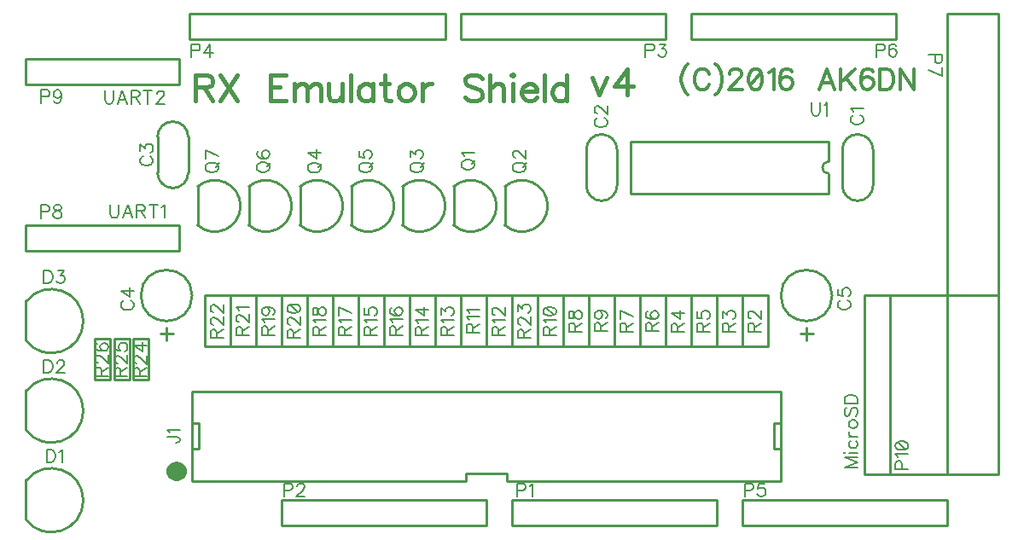
<source format=gto>
G04 DipTrace 4.3.0.2*
G04 TopSilk.gbr*
%MOIN*%
G04 #@! TF.FileFunction,Legend,Top*
G04 #@! TF.Part,Single*
%ADD10C,0.01*%
%ADD65C,0.00772*%
%ADD66C,0.012351*%
%ADD67C,0.015439*%
%FSLAX26Y26*%
G04*
G70*
G90*
G75*
G01*
G04 TopSilk*
%LPD*%
X3360000Y1380060D2*
D10*
Y1519940D1*
X3240000Y1380060D2*
Y1519940D1*
X3360000D2*
G03X3240000Y1519940I-60000J60D01*
G01*
Y1380060D2*
G03X3360000Y1380060I60000J-60D01*
G01*
X2360000D2*
Y1519940D1*
X2240000Y1380060D2*
Y1519940D1*
X2360000D2*
G03X2240000Y1519940I-60000J60D01*
G01*
Y1380060D2*
G03X2360000Y1380060I60000J-60D01*
G01*
X685000Y1430060D2*
Y1569940D1*
X565000Y1430060D2*
Y1569940D1*
X685000D2*
G03X565000Y1569940I-60000J60D01*
G01*
Y1430060D2*
G03X685000Y1430060I60000J-60D01*
G01*
X600000Y774993D2*
Y825043D1*
X625000Y800018D2*
X575000D1*
X500037Y950031D2*
G02X500037Y950031I99963J0D01*
G01*
X3100000Y774993D2*
Y825043D1*
X3125000Y800018D2*
X3075000D1*
X3000037Y950031D2*
G02X3000037Y950031I99963J0D01*
G01*
X50007Y75064D2*
Y224936D1*
X50231Y74764D2*
G03X50231Y225236I99796J75236D01*
G01*
X50007Y425064D2*
Y574936D1*
X50231Y424764D2*
G03X50231Y575236I99796J75236D01*
G01*
X50007Y775064D2*
Y924936D1*
X50231Y774764D2*
G03X50231Y925236I99796J75236D01*
G01*
X700000Y575000D2*
Y225000D1*
X3000000Y575000D2*
X700000D1*
X3000000D2*
Y225000D1*
Y450050D2*
X2974699D1*
Y349950D1*
X725301Y450050D2*
Y349950D1*
Y450050D2*
X700000D1*
X3000000Y225000D2*
X1930500D1*
X1769500D2*
X700000D1*
X1769500Y255100D2*
Y225000D1*
X1930500Y255100D2*
X1769500D1*
X1930500D2*
Y225000D1*
X3000000Y349950D2*
X2974699D1*
X725301D2*
X700000D1*
X1950000Y150000D2*
X2750000D1*
X1950000Y50000D2*
Y150000D1*
Y50000D2*
X2750000D1*
Y150000D1*
X1050000D2*
X1850000D1*
X1050000Y50000D2*
Y150000D1*
Y50000D2*
X1850000D1*
Y150000D1*
X2550000Y1950000D2*
X1750000D1*
X2550000Y2050000D2*
Y1950000D1*
Y2050000D2*
X1750000D1*
Y1950000D1*
X1690000D2*
Y2050000D1*
X690000Y1950000D2*
X1690000D1*
X690000D2*
Y2050000D1*
X765000D1*
X1690000D1*
X2850000Y150000D2*
X3650000D1*
X2850000Y50000D2*
Y150000D1*
Y50000D2*
X3650000D1*
Y150000D1*
X3450000Y1950000D2*
X2650000D1*
X3450000Y2050000D2*
Y1950000D1*
Y2050000D2*
X2650000D1*
Y1950000D1*
X3650000Y250000D2*
X3850000D1*
X3650000Y2050000D2*
X3850000D1*
Y250000D1*
X3650000Y2050000D2*
Y250000D1*
X50000Y1125000D2*
X650000D1*
X50000Y1225000D2*
X650000D1*
X50000Y1125000D2*
Y1225000D1*
X650000Y1125000D2*
Y1225000D1*
X50000Y1775000D2*
X650000D1*
X50000Y1875000D2*
X650000D1*
X50000Y1775000D2*
Y1875000D1*
X650000Y1775000D2*
Y1875000D1*
X3425000Y950000D2*
X3325000D1*
X3425000Y250000D2*
Y950000D1*
Y250000D2*
X3325000D1*
Y950000D1*
X1721857Y1224409D2*
G03X1721857Y1375591I66584J75591D01*
G01*
Y1224409D1*
X1921857D2*
G03X1921857Y1375591I66584J75591D01*
G01*
Y1224409D1*
X1521857D2*
G03X1521857Y1375591I66584J75591D01*
G01*
Y1224409D1*
X1121857D2*
G03X1121857Y1375591I66584J75591D01*
G01*
Y1224409D1*
X1321857D2*
G03X1321857Y1375591I66584J75591D01*
G01*
Y1224409D1*
X921857D2*
G03X921857Y1375591I66584J75591D01*
G01*
Y1224409D1*
X721857D2*
G03X721857Y1375591I66584J75591D01*
G01*
Y1224409D1*
X2850000Y750180D2*
Y949820D1*
X2950000D2*
X2850000D1*
X2950000Y750180D2*
Y949820D1*
Y750180D2*
X2850000D1*
X2750000D2*
Y949820D1*
X2850000D2*
X2750000D1*
X2850000Y750180D2*
Y949820D1*
Y750180D2*
X2750000D1*
X2550000D2*
Y949820D1*
X2650000D2*
X2550000D1*
X2650000Y750180D2*
Y949820D1*
Y750180D2*
X2550000D1*
X2650000D2*
Y949820D1*
X2750000D2*
X2650000D1*
X2750000Y750180D2*
Y949820D1*
Y750180D2*
X2650000D1*
X2450000D2*
Y949820D1*
X2550000D2*
X2450000D1*
X2550000Y750180D2*
Y949820D1*
Y750180D2*
X2450000D1*
X2350000D2*
Y949820D1*
X2450000D2*
X2350000D1*
X2450000Y750180D2*
Y949820D1*
Y750180D2*
X2350000D1*
X2150000D2*
Y949820D1*
X2250000D2*
X2150000D1*
X2250000Y750180D2*
Y949820D1*
Y750180D2*
X2150000D1*
X2250000D2*
Y949820D1*
X2350000D2*
X2250000D1*
X2350000Y750180D2*
Y949820D1*
Y750180D2*
X2250000D1*
X2050000D2*
Y949820D1*
X2150000D2*
X2050000D1*
X2150000Y750180D2*
Y949820D1*
Y750180D2*
X2050000D1*
X1750000D2*
Y949820D1*
X1850000D2*
X1750000D1*
X1850000Y750180D2*
Y949820D1*
Y750180D2*
X1750000D1*
X1850000D2*
Y949820D1*
X1950000D2*
X1850000D1*
X1950000Y750180D2*
Y949820D1*
Y750180D2*
X1850000D1*
X1650000D2*
Y949820D1*
X1750000D2*
X1650000D1*
X1750000Y750180D2*
Y949820D1*
Y750180D2*
X1650000D1*
X1550000D2*
Y949820D1*
X1650000D2*
X1550000D1*
X1650000Y750180D2*
Y949820D1*
Y750180D2*
X1550000D1*
X1350000D2*
Y949820D1*
X1450000D2*
X1350000D1*
X1450000Y750180D2*
Y949820D1*
Y750180D2*
X1350000D1*
X1450000D2*
Y949820D1*
X1550000D2*
X1450000D1*
X1550000Y750180D2*
Y949820D1*
Y750180D2*
X1450000D1*
X1250000D2*
Y949820D1*
X1350000D2*
X1250000D1*
X1350000Y750180D2*
Y949820D1*
Y750180D2*
X1250000D1*
X1150000D2*
Y949820D1*
X1250000D2*
X1150000D1*
X1250000Y750180D2*
Y949820D1*
Y750180D2*
X1150000D1*
X950000D2*
Y949820D1*
X1050000D2*
X950000D1*
X1050000Y750180D2*
Y949820D1*
Y750180D2*
X950000D1*
X1050000D2*
Y949820D1*
X1150000D2*
X1050000D1*
X1150000Y750180D2*
Y949820D1*
Y750180D2*
X1050000D1*
X850000D2*
Y949820D1*
X950000D2*
X850000D1*
X950000Y750180D2*
Y949820D1*
Y750180D2*
X850000D1*
X750000D2*
Y949820D1*
X850000D2*
X750000D1*
X850000Y750180D2*
Y949820D1*
Y750180D2*
X750000D1*
X1950000D2*
Y949820D1*
X2050000D2*
X1950000D1*
X2050000Y750180D2*
Y949820D1*
Y750180D2*
X1950000D1*
X530000Y780150D2*
X470000D1*
X530000Y619850D2*
Y780150D1*
Y619850D2*
X470000D1*
Y780150D1*
X455000D2*
X395000D1*
X455000Y619850D2*
Y780150D1*
Y619850D2*
X395000D1*
Y780150D1*
X380000D2*
X320000D1*
X380000Y619850D2*
Y780150D1*
Y619850D2*
X320000D1*
Y780150D1*
X3185827Y1347634D2*
X2414173D1*
Y1552366D2*
Y1347634D1*
X3185827Y1552366D2*
X2414173D1*
X3185827D2*
Y1473626D1*
Y1347634D2*
Y1426374D1*
Y1473626D2*
G03X3185827Y1426374I13J-23626D01*
G01*
X3425000Y950000D2*
X3850000D1*
Y250000D2*
X3400000D1*
G36*
X680000Y262500D2*
X679126Y254703D1*
X676542Y247248D1*
X672361Y240458D1*
X666765Y234633D1*
X660000Y230024D1*
X652361Y226836D1*
X644181Y225206D1*
X635819D1*
X627639Y226836D1*
X620000Y230024D1*
X613235Y234633D1*
X607639Y240458D1*
X603458Y247248D1*
X600874Y254703D1*
X600000Y262500D1*
X600874Y270297D1*
X603458Y277752D1*
X607639Y284542D1*
X613235Y290367D1*
X620000Y294976D1*
X627639Y298164D1*
X635819Y299794D1*
X644181D1*
X652361Y298164D1*
X660000Y294976D1*
X666765Y290367D1*
X672361Y284542D1*
X676542Y277752D1*
X679126Y270297D1*
X680000Y262500D1*
G37*
X380233Y1303988D2*
D65*
Y1268118D1*
X382609Y1260933D1*
X387418Y1256179D1*
X394603Y1253747D1*
X399356D1*
X406541Y1256179D1*
X411349Y1260933D1*
X413726Y1268118D1*
Y1303988D1*
X467467Y1253747D2*
X448288Y1303988D1*
X429165Y1253747D1*
X436350Y1270494D2*
X460282D1*
X482906Y1280056D2*
X504406D1*
X511591Y1282488D1*
X514023Y1284864D1*
X516399Y1289617D1*
Y1294426D1*
X514023Y1299179D1*
X511591Y1301611D1*
X504406Y1303988D1*
X482906D1*
Y1253747D1*
X499653Y1280056D2*
X516399Y1253747D1*
X548585Y1303988D2*
Y1253747D1*
X531839Y1303988D2*
X565332D1*
X580771Y1294371D2*
X585580Y1296802D1*
X592765Y1303932D1*
Y1253747D1*
X359482Y1749738D2*
Y1713868D1*
X361858Y1706683D1*
X366667Y1701930D1*
X373852Y1699498D1*
X378605D1*
X385790Y1701930D1*
X390599Y1706683D1*
X392975Y1713868D1*
Y1749738D1*
X446716Y1699498D2*
X427538Y1749738D1*
X408414Y1699498D1*
X415599Y1716245D2*
X439531D1*
X462155Y1725806D2*
X483655D1*
X490840Y1728238D1*
X493272Y1730615D1*
X495649Y1735368D1*
Y1740177D1*
X493272Y1744930D1*
X490840Y1747362D1*
X483655Y1749738D1*
X462155D1*
Y1699498D1*
X478902Y1725806D2*
X495649Y1699498D1*
X527835Y1749738D2*
Y1699498D1*
X511088Y1749738D2*
X544581D1*
X562453Y1737745D2*
Y1740121D1*
X564829Y1744930D1*
X567206Y1747306D1*
X572014Y1749683D1*
X581576D1*
X586329Y1747306D1*
X588706Y1744930D1*
X591137Y1740121D1*
Y1735368D1*
X588706Y1730560D1*
X583952Y1723430D1*
X560021Y1699498D1*
X593514D1*
X3298606Y317836D2*
X3248366D1*
X3298606Y298713D1*
X3248366Y279589D1*
X3298606D1*
X3248366Y333275D2*
X3250742Y335652D1*
X3248366Y338084D1*
X3245934Y335652D1*
X3248366Y333275D1*
X3265112Y335652D2*
X3298606D1*
X3272297Y382263D2*
X3267489Y377455D1*
X3265112Y372646D1*
Y365516D1*
X3267489Y360708D1*
X3272297Y355955D1*
X3279482Y353523D1*
X3284235D1*
X3291420Y355955D1*
X3296174Y360708D1*
X3298606Y365516D1*
Y372646D1*
X3296174Y377455D1*
X3291420Y382263D1*
X3265112Y397702D2*
X3298606D1*
X3279482D2*
X3272297Y400134D1*
X3267489Y404887D1*
X3265112Y409696D1*
Y416881D1*
Y444258D2*
X3267489Y439505D1*
X3272297Y434697D1*
X3279482Y432320D1*
X3284235D1*
X3291420Y434697D1*
X3296174Y439505D1*
X3298606Y444258D1*
Y451443D1*
X3296174Y456252D1*
X3291420Y461005D1*
X3284235Y463437D1*
X3279482D1*
X3272297Y461005D1*
X3267489Y456252D1*
X3265112Y451443D1*
Y444258D1*
X3255551Y512369D2*
X3250742Y507616D1*
X3248366Y500431D1*
Y490870D1*
X3250742Y483685D1*
X3255551Y478876D1*
X3260304D1*
X3265112Y481308D1*
X3267489Y483685D1*
X3269865Y488438D1*
X3274674Y502808D1*
X3277050Y507616D1*
X3279482Y509993D1*
X3284235Y512369D1*
X3291420D1*
X3296174Y507616D1*
X3298606Y500431D1*
Y490870D1*
X3296174Y483685D1*
X3291420Y478876D1*
X3248366Y527809D2*
X3298606D1*
Y544555D1*
X3296174Y551740D1*
X3291420Y556549D1*
X3286612Y558925D1*
X3279482Y561302D1*
X3267489D1*
X3260304Y558925D1*
X3255551Y556549D1*
X3250742Y551740D1*
X3248366Y544555D1*
Y527809D1*
X2637751Y1856324D2*
D66*
X2630058Y1848719D1*
X2622453Y1837223D1*
X2614759Y1821925D1*
X2610957Y1802735D1*
Y1787436D1*
X2614759Y1768335D1*
X2622453Y1753037D1*
X2630058Y1741541D1*
X2637751Y1733935D1*
X2719846Y1816265D2*
X2716043Y1823870D1*
X2708350Y1831564D1*
X2700745Y1835366D1*
X2685446D1*
X2677753Y1831564D1*
X2670148Y1823870D1*
X2666257Y1816265D1*
X2662454Y1804769D1*
Y1785579D1*
X2666257Y1774172D1*
X2670148Y1766478D1*
X2677753Y1758873D1*
X2685446Y1754982D1*
X2700745D1*
X2708350Y1758873D1*
X2716043Y1766478D1*
X2719846Y1774172D1*
X2744549Y1856324D2*
X2752242Y1848719D1*
X2759847Y1837223D1*
X2767541Y1821925D1*
X2771343Y1802735D1*
Y1787436D1*
X2767541Y1768335D1*
X2759847Y1753037D1*
X2752242Y1741541D1*
X2744549Y1733935D1*
X2799937Y1816177D2*
Y1819979D1*
X2803740Y1827673D1*
X2807542Y1831475D1*
X2815236Y1835278D1*
X2830534D1*
X2838139Y1831475D1*
X2841942Y1827673D1*
X2845833Y1819979D1*
Y1812374D1*
X2841942Y1804680D1*
X2834337Y1793273D1*
X2796046Y1754982D1*
X2849635D1*
X2897330Y1835278D2*
X2885834Y1831475D1*
X2878141Y1819979D1*
X2874338Y1800878D1*
Y1789382D1*
X2878141Y1770281D1*
X2885834Y1758785D1*
X2897330Y1754982D1*
X2904935D1*
X2916432Y1758785D1*
X2924037Y1770281D1*
X2927928Y1789382D1*
Y1800878D1*
X2924037Y1819979D1*
X2916432Y1831475D1*
X2904935Y1835278D1*
X2897330D1*
X2924037Y1819979D2*
X2878141Y1770281D1*
X2952630Y1819979D2*
X2960324Y1823870D1*
X2971820Y1835278D1*
Y1754982D1*
X3042419Y1823870D2*
X3038616Y1831475D1*
X3027120Y1835278D1*
X3019515D1*
X3008019Y1831475D1*
X3000325Y1819979D1*
X2996523Y1800878D1*
Y1781777D1*
X3000325Y1766478D1*
X3008019Y1758785D1*
X3019515Y1754982D1*
X3023317D1*
X3034725Y1758785D1*
X3042419Y1766478D1*
X3046221Y1777974D1*
Y1781777D1*
X3042419Y1793273D1*
X3034725Y1800878D1*
X3023317Y1804680D1*
X3019515D1*
X3008019Y1800878D1*
X3000325Y1793273D1*
X2996523Y1781777D1*
X3209968Y1754982D2*
X3179283Y1835366D1*
X3148685Y1754982D1*
X3160182Y1781777D2*
X3198472D1*
X3234671Y1835366D2*
Y1754982D1*
X3288260Y1835366D2*
X3234671Y1781777D1*
X3253772Y1800966D2*
X3288260Y1754982D1*
X3358859Y1823870D2*
X3355057Y1831475D1*
X3343560Y1835278D1*
X3335955D1*
X3324459Y1831475D1*
X3316766Y1819979D1*
X3312963Y1800878D1*
Y1781777D1*
X3316766Y1766478D1*
X3324459Y1758785D1*
X3335955Y1754982D1*
X3339758D1*
X3351166Y1758785D1*
X3358859Y1766478D1*
X3362662Y1777974D1*
Y1781777D1*
X3358859Y1793273D1*
X3351166Y1800878D1*
X3339758Y1804680D1*
X3335955D1*
X3324459Y1800878D1*
X3316766Y1793273D1*
X3312963Y1781777D1*
X3387364Y1835366D2*
Y1754982D1*
X3414159D1*
X3425655Y1758873D1*
X3433349Y1766478D1*
X3437151Y1774172D1*
X3440954Y1785579D1*
Y1804769D1*
X3437151Y1816265D1*
X3433349Y1823870D1*
X3425655Y1831564D1*
X3414159Y1835366D1*
X3387364D1*
X3519246D2*
Y1754982D1*
X3465657Y1835366D1*
Y1754982D1*
X712500Y1763438D2*
D67*
X755500D1*
X769870Y1768302D1*
X774734Y1773055D1*
X779487Y1782562D1*
Y1792179D1*
X774734Y1801685D1*
X769870Y1806549D1*
X755500Y1811302D1*
X712500D1*
Y1710822D1*
X745994Y1763438D2*
X779487Y1710822D1*
X810366Y1811302D2*
X877352Y1710822D1*
Y1811302D2*
X810366Y1710822D1*
X1067556Y1811302D2*
X1005433D1*
Y1710822D1*
X1067556D1*
X1005433Y1763438D2*
X1043679D1*
X1098434Y1777808D2*
Y1710822D1*
Y1758685D2*
X1112804Y1773055D1*
X1122421Y1777808D1*
X1136681D1*
X1146298Y1773055D1*
X1151051Y1758685D1*
Y1710822D1*
Y1758685D2*
X1165421Y1773055D1*
X1175038Y1777808D1*
X1189297D1*
X1198914Y1773055D1*
X1203778Y1758685D1*
Y1710822D1*
X1234656Y1777808D2*
Y1729945D1*
X1239410Y1715685D1*
X1249026Y1710822D1*
X1263397D1*
X1272903Y1715685D1*
X1287273Y1729945D1*
Y1777808D2*
Y1710822D1*
X1318151Y1811302D2*
Y1710822D1*
X1406400Y1777808D2*
Y1710822D1*
Y1763438D2*
X1396893Y1773055D1*
X1387277Y1777808D1*
X1373017D1*
X1363400Y1773055D1*
X1353894Y1763438D1*
X1349030Y1749068D1*
Y1739562D1*
X1353894Y1725192D1*
X1363400Y1715685D1*
X1373017Y1710822D1*
X1387277D1*
X1396893Y1715685D1*
X1406400Y1725192D1*
X1451648Y1811302D2*
Y1729945D1*
X1456402Y1715685D1*
X1466018Y1710822D1*
X1475525D1*
X1437278Y1777808D2*
X1470772D1*
X1530280D2*
X1520773Y1773055D1*
X1511156Y1763438D1*
X1506403Y1749068D1*
Y1739562D1*
X1511156Y1725192D1*
X1520773Y1715685D1*
X1530280Y1710822D1*
X1544650D1*
X1554267Y1715685D1*
X1563773Y1725192D1*
X1568637Y1739562D1*
Y1749068D1*
X1563773Y1763438D1*
X1554267Y1773055D1*
X1544650Y1777808D1*
X1530280D1*
X1599515D2*
Y1710822D1*
Y1749068D2*
X1604379Y1763438D1*
X1613885Y1773055D1*
X1623502Y1777808D1*
X1637872D1*
X1832939Y1796932D2*
X1823433Y1806549D1*
X1809063Y1811302D1*
X1789940D1*
X1775570Y1806549D1*
X1765953Y1796932D1*
Y1787425D1*
X1770816Y1777808D1*
X1775570Y1773055D1*
X1785076Y1768302D1*
X1813816Y1758685D1*
X1823433Y1753932D1*
X1828186Y1749068D1*
X1832939Y1739562D1*
Y1725192D1*
X1823433Y1715685D1*
X1809063Y1710822D1*
X1789940D1*
X1775570Y1715685D1*
X1765953Y1725192D1*
X1863818Y1811302D2*
Y1710822D1*
Y1758685D2*
X1878188Y1773055D1*
X1887805Y1777808D1*
X1902175D1*
X1911681Y1773055D1*
X1916435Y1758685D1*
Y1710822D1*
X1947313Y1811302D2*
X1952066Y1806549D1*
X1956930Y1811302D1*
X1952066Y1816165D1*
X1947313Y1811302D1*
X1952066Y1777808D2*
Y1710822D1*
X1987808Y1749068D2*
X2045178D1*
Y1758685D1*
X2040425Y1768302D1*
X2035672Y1773055D1*
X2026055Y1777808D1*
X2011685D1*
X2002178Y1773055D1*
X1992562Y1763438D1*
X1987808Y1749068D1*
Y1739562D1*
X1992562Y1725192D1*
X2002178Y1715685D1*
X2011685Y1710822D1*
X2026055D1*
X2035672Y1715685D1*
X2045178Y1725192D1*
X2076057Y1811302D2*
Y1710822D1*
X2164305Y1811302D2*
Y1710822D1*
Y1763438D2*
X2154799Y1773055D1*
X2145182Y1777808D1*
X2130812D1*
X2121305Y1773055D1*
X2111688Y1763438D1*
X2106935Y1749068D1*
Y1739562D1*
X2111688Y1725192D1*
X2121305Y1715685D1*
X2130812Y1710822D1*
X2145182D1*
X2154799Y1715685D1*
X2164305Y1725192D1*
X2262500Y1802808D2*
X2291241Y1735822D1*
X2319870Y1802808D1*
X2398612Y1735822D2*
Y1836191D1*
X2350749Y1769315D1*
X2422489D1*
X3283806Y1654219D2*
D65*
X3279053Y1651842D1*
X3274244Y1647034D1*
X3271868Y1642280D1*
Y1632719D1*
X3274244Y1627910D1*
X3279053Y1623157D1*
X3283806Y1620725D1*
X3290991Y1618349D1*
X3302985D1*
X3310114Y1620725D1*
X3314923Y1623157D1*
X3319676Y1627910D1*
X3322108Y1632719D1*
Y1642280D1*
X3319676Y1647034D1*
X3314923Y1651842D1*
X3310114Y1654219D1*
X3281485Y1669658D2*
X3279053Y1674466D1*
X3271923Y1681651D1*
X3322108D1*
X2283806Y1643469D2*
X2279053Y1641092D1*
X2274244Y1636284D1*
X2271868Y1631530D1*
Y1621969D1*
X2274244Y1617160D1*
X2279053Y1612407D1*
X2283806Y1609975D1*
X2290991Y1607599D1*
X2302985D1*
X2310114Y1609975D1*
X2314923Y1612407D1*
X2319676Y1617160D1*
X2322108Y1621969D1*
Y1631530D1*
X2319676Y1636284D1*
X2314923Y1641092D1*
X2310114Y1643469D1*
X2283861Y1661340D2*
X2281485D1*
X2276676Y1663716D1*
X2274300Y1666093D1*
X2271923Y1670901D1*
Y1680463D1*
X2274300Y1685216D1*
X2276676Y1687593D1*
X2281485Y1690025D1*
X2286238D1*
X2291046Y1687593D1*
X2298176Y1682840D1*
X2322108Y1658908D1*
Y1692401D1*
X508806Y1493469D2*
X504053Y1491092D1*
X499244Y1486284D1*
X496868Y1481530D1*
Y1471969D1*
X499244Y1467160D1*
X504053Y1462407D1*
X508806Y1459975D1*
X515991Y1457599D1*
X527985D1*
X535114Y1459975D1*
X539923Y1462407D1*
X544676Y1467160D1*
X547108Y1471969D1*
Y1481530D1*
X544676Y1486284D1*
X539923Y1491092D1*
X535114Y1493469D1*
X496923Y1513716D2*
Y1539969D1*
X516046Y1525655D1*
Y1532840D1*
X518423Y1537593D1*
X520800Y1539969D1*
X527985Y1542401D1*
X532738D1*
X539923Y1539969D1*
X544731Y1535216D1*
X547108Y1528031D1*
Y1520846D1*
X544731Y1513716D1*
X542299Y1511340D1*
X537546Y1508908D1*
X433806Y929774D2*
X429053Y927397D1*
X424244Y922589D1*
X421868Y917836D1*
Y908274D1*
X424244Y903466D1*
X429053Y898712D1*
X433806Y896280D1*
X440991Y893904D1*
X452985D1*
X460114Y896280D1*
X464923Y898712D1*
X469676Y903466D1*
X472108Y908274D1*
Y917836D1*
X469676Y922589D1*
X464923Y927397D1*
X460114Y929774D1*
X472108Y969145D2*
X421923D1*
X455361Y945213D1*
Y981083D1*
X3233806Y930962D2*
X3229053Y928586D1*
X3224244Y923777D1*
X3221868Y919024D1*
Y909462D1*
X3224244Y904654D1*
X3229053Y899901D1*
X3233806Y897469D1*
X3240991Y895092D1*
X3252985D1*
X3260114Y897469D1*
X3264923Y899901D1*
X3269676Y904654D1*
X3272108Y909462D1*
Y919024D1*
X3269676Y923777D1*
X3264923Y928586D1*
X3260114Y930962D1*
X3221923Y975086D2*
Y951210D1*
X3243423Y948833D1*
X3241046Y951210D1*
X3238614Y958395D1*
Y965525D1*
X3241046Y972710D1*
X3245800Y977518D1*
X3252985Y979895D1*
X3257738D1*
X3264923Y977518D1*
X3269731Y972710D1*
X3272108Y965525D1*
Y958395D1*
X3269731Y951210D1*
X3267299Y948833D1*
X3262546Y946401D1*
X132044Y348223D2*
Y297983D1*
X148790D1*
X155975Y300415D1*
X160784Y305168D1*
X163160Y309977D1*
X165537Y317106D1*
Y329100D1*
X163160Y336285D1*
X160784Y341038D1*
X155975Y345846D1*
X148790Y348223D1*
X132044D1*
X180976Y338606D2*
X185785Y341038D1*
X192970Y348168D1*
Y297983D1*
X121294Y698223D2*
Y647983D1*
X138040D1*
X145225Y650415D1*
X150034Y655168D1*
X152410Y659977D1*
X154787Y667106D1*
Y679100D1*
X152410Y686285D1*
X150034Y691038D1*
X145225Y695846D1*
X138040Y698223D1*
X121294D1*
X172658Y686230D2*
Y688606D1*
X175035Y693415D1*
X177411Y695791D1*
X182220Y698168D1*
X191781D1*
X196534Y695791D1*
X198911Y693415D1*
X201343Y688606D1*
Y683853D1*
X198911Y679045D1*
X194158Y671915D1*
X170226Y647983D1*
X203720D1*
X121294Y1048223D2*
Y997983D1*
X138040D1*
X145225Y1000415D1*
X150034Y1005168D1*
X152410Y1009977D1*
X154787Y1017106D1*
Y1029100D1*
X152410Y1036285D1*
X150034Y1041038D1*
X145225Y1045846D1*
X138040Y1048223D1*
X121294D1*
X175035Y1048168D2*
X201288D1*
X186973Y1029045D1*
X194158D1*
X198911Y1026668D1*
X201288Y1024291D1*
X203720Y1017106D1*
Y1012353D1*
X201288Y1005168D1*
X196534Y1000360D1*
X189349Y997983D1*
X182164D1*
X175035Y1000360D1*
X172658Y1002792D1*
X170226Y1007545D1*
X601777Y398249D2*
X640023D1*
X647208Y395873D1*
X649585Y393441D1*
X652017Y388688D1*
Y383879D1*
X649585Y379126D1*
X647208Y376750D1*
X640023Y374318D1*
X635270D1*
X611394Y413689D2*
X608962Y418497D1*
X601832Y425682D1*
X652017D1*
X1969537Y189324D2*
X1991092D1*
X1998222Y191700D1*
X2000654Y194132D1*
X2003030Y198886D1*
Y206071D1*
X2000654Y210824D1*
X1998222Y213256D1*
X1991092Y215632D1*
X1969537D1*
Y165392D1*
X2018470Y206015D2*
X2023278Y208447D1*
X2030463Y215577D1*
Y165392D1*
X1058787Y189324D2*
X1080342D1*
X1087472Y191700D1*
X1089904Y194132D1*
X1092280Y198886D1*
Y206071D1*
X1089904Y210824D1*
X1087472Y213256D1*
X1080342Y215632D1*
X1058787D1*
Y165392D1*
X1110151Y203639D2*
Y206015D1*
X1112528Y210824D1*
X1114905Y213200D1*
X1119713Y215577D1*
X1129275D1*
X1134028Y213200D1*
X1136405Y210824D1*
X1138836Y206015D1*
Y201262D1*
X1136405Y196454D1*
X1131651Y189324D1*
X1107720Y165392D1*
X1141213D1*
X2471287Y1906733D2*
X2492842D1*
X2499972Y1909110D1*
X2502404Y1911541D1*
X2504780Y1916295D1*
Y1923480D1*
X2502404Y1928233D1*
X2499972Y1930665D1*
X2492842Y1933041D1*
X2471287D1*
Y1882801D1*
X2525028Y1932986D2*
X2551281D1*
X2536966Y1913863D1*
X2544151D1*
X2548905Y1911486D1*
X2551281Y1909110D1*
X2553713Y1901925D1*
Y1897171D1*
X2551281Y1889986D1*
X2546528Y1885178D1*
X2539343Y1882801D1*
X2532158D1*
X2525028Y1885178D1*
X2522651Y1887610D1*
X2520220Y1892363D1*
X697599Y1906733D2*
X719154D1*
X726284Y1909110D1*
X728715Y1911541D1*
X731092Y1916295D1*
Y1923480D1*
X728715Y1928233D1*
X726284Y1930665D1*
X719154Y1933041D1*
X697599D1*
Y1882801D1*
X770463D2*
Y1932986D1*
X746531Y1899548D1*
X782401D1*
X2858787Y189324D2*
X2880342D1*
X2887472Y191700D1*
X2889904Y194132D1*
X2892280Y198886D1*
Y206071D1*
X2889904Y210824D1*
X2887472Y213256D1*
X2880342Y215632D1*
X2858787D1*
Y165392D1*
X2936405Y215577D2*
X2912528D1*
X2910151Y194077D1*
X2912528Y196454D1*
X2919713Y198886D1*
X2926843D1*
X2934028Y196454D1*
X2938836Y191700D1*
X2941213Y184515D1*
Y179762D1*
X2938836Y172577D1*
X2934028Y167769D1*
X2926843Y165392D1*
X2919713D1*
X2912528Y167769D1*
X2910151Y170201D1*
X2907720Y174954D1*
X3372503Y1906733D2*
X3394058D1*
X3401188Y1909110D1*
X3403620Y1911541D1*
X3405996Y1916295D1*
Y1923480D1*
X3403620Y1928233D1*
X3401188Y1930665D1*
X3394058Y1933041D1*
X3372503D1*
Y1882801D1*
X3450120Y1925856D2*
X3447744Y1930609D1*
X3440559Y1932986D1*
X3435806D1*
X3428621Y1930609D1*
X3423812Y1923424D1*
X3421436Y1911486D1*
Y1899548D1*
X3423812Y1889986D1*
X3428621Y1885178D1*
X3435806Y1882801D1*
X3438182D1*
X3445312Y1885178D1*
X3450120Y1889986D1*
X3452497Y1897171D1*
Y1899548D1*
X3450120Y1906733D1*
X3445312Y1911486D1*
X3438182Y1913863D1*
X3435806D1*
X3428621Y1911486D1*
X3423812Y1906733D1*
X3421436Y1899548D1*
X3601824Y1891213D2*
Y1869658D1*
X3604200Y1862528D1*
X3606632Y1860096D1*
X3611386Y1857720D1*
X3618571D1*
X3623324Y1860096D1*
X3625756Y1862528D1*
X3628132Y1869658D1*
Y1891213D1*
X3577892D1*
Y1832719D2*
X3628077Y1808787D1*
Y1842280D1*
X108815Y1276824D2*
X130370D1*
X137500Y1279200D1*
X139931Y1281632D1*
X142308Y1286386D1*
Y1293571D1*
X139931Y1298324D1*
X137500Y1300756D1*
X130370Y1303132D1*
X108815D1*
Y1252892D1*
X169685Y1303077D2*
X162556Y1300700D1*
X160124Y1295947D1*
Y1291139D1*
X162556Y1286386D1*
X167309Y1283954D1*
X176871Y1281577D1*
X184056Y1279200D1*
X188809Y1274392D1*
X191185Y1269639D1*
Y1262454D1*
X188809Y1257701D1*
X186432Y1255269D1*
X179247Y1252892D1*
X169685D1*
X162556Y1255269D1*
X160124Y1257701D1*
X157747Y1262454D1*
Y1269639D1*
X160124Y1274392D1*
X164932Y1279200D1*
X172062Y1281577D1*
X181624Y1283954D1*
X186432Y1286386D1*
X188809Y1291139D1*
Y1295947D1*
X186432Y1300700D1*
X179247Y1303077D1*
X169685D1*
X109975Y1726824D2*
X131530D1*
X138660Y1729200D1*
X141092Y1731632D1*
X143469Y1736386D1*
Y1743571D1*
X141092Y1748324D1*
X138660Y1750756D1*
X131530Y1753132D1*
X109975D1*
Y1702892D1*
X190025Y1736386D2*
X187593Y1729200D1*
X182840Y1724392D1*
X175655Y1722015D1*
X173278D1*
X166093Y1724392D1*
X161340Y1729200D1*
X158908Y1736386D1*
Y1738762D1*
X161340Y1745947D1*
X166093Y1750700D1*
X173278Y1753077D1*
X175655D1*
X182840Y1750700D1*
X187593Y1745947D1*
X190025Y1736386D1*
Y1724392D1*
X187593Y1712454D1*
X182840Y1705269D1*
X175655Y1702892D1*
X170901D1*
X163716Y1705269D1*
X161340Y1710077D1*
X3473176Y270071D2*
Y291626D1*
X3470800Y298756D1*
X3468368Y301187D1*
X3463614Y303564D1*
X3456429D1*
X3451676Y301187D1*
X3449244Y298756D1*
X3446868Y291626D1*
Y270071D1*
X3497108D1*
X3456485Y319003D2*
X3454053Y323812D1*
X3446923Y330997D1*
X3497108D1*
X3446923Y360806D2*
X3449300Y353621D1*
X3456485Y348813D1*
X3468423Y346436D1*
X3475608D1*
X3487546Y348813D1*
X3494731Y353621D1*
X3497108Y360806D1*
Y365559D1*
X3494731Y372744D1*
X3487546Y377497D1*
X3475608Y379929D1*
X3468423D1*
X3456485Y377497D1*
X3449300Y372744D1*
X3446923Y365559D1*
Y360806D1*
X3456485Y377497D2*
X3487546Y348813D1*
X1752384Y1456503D2*
X1754705Y1451750D1*
X1759513Y1446941D1*
X1764322Y1444565D1*
X1771507Y1442133D1*
X1783445D1*
X1790630Y1444565D1*
X1795383Y1446941D1*
X1800192Y1451750D1*
X1802568Y1456503D1*
Y1466064D1*
X1800192Y1470873D1*
X1795383Y1475626D1*
X1790630Y1478003D1*
X1783445Y1480435D1*
X1771507D1*
X1764322Y1478003D1*
X1759513Y1475626D1*
X1754705Y1470873D1*
X1752384Y1466064D1*
Y1456503D1*
X1793007Y1463688D2*
X1807377Y1478003D1*
X1762000Y1495874D2*
X1759569Y1500682D1*
X1752439Y1507867D1*
X1802624D1*
X1952384Y1445753D2*
X1954705Y1441000D1*
X1959513Y1436191D1*
X1964322Y1433815D1*
X1971507Y1431383D1*
X1983445D1*
X1990630Y1433815D1*
X1995383Y1436191D1*
X2000192Y1441000D1*
X2002568Y1445753D1*
Y1455315D1*
X2000192Y1460123D1*
X1995383Y1464876D1*
X1990630Y1467253D1*
X1983445Y1469685D1*
X1971507D1*
X1964322Y1467253D1*
X1959513Y1464876D1*
X1954705Y1460123D1*
X1952384Y1455315D1*
Y1445753D1*
X1993007Y1452938D2*
X2007377Y1467253D1*
X1964377Y1487556D2*
X1962000D1*
X1957192Y1489932D1*
X1954815Y1492309D1*
X1952439Y1497117D1*
Y1506679D1*
X1954815Y1511432D1*
X1957192Y1513809D1*
X1962000Y1516241D1*
X1966754D1*
X1971562Y1513809D1*
X1978692Y1509056D1*
X2002624Y1485124D1*
Y1518617D1*
X1552384Y1445753D2*
X1554705Y1441000D1*
X1559513Y1436191D1*
X1564322Y1433815D1*
X1571507Y1431383D1*
X1583445D1*
X1590630Y1433815D1*
X1595383Y1436191D1*
X1600192Y1441000D1*
X1602568Y1445753D1*
Y1455315D1*
X1600192Y1460123D1*
X1595383Y1464876D1*
X1590630Y1467253D1*
X1583445Y1469685D1*
X1571507D1*
X1564322Y1467253D1*
X1559513Y1464876D1*
X1554705Y1460123D1*
X1552384Y1455315D1*
Y1445753D1*
X1593007Y1452938D2*
X1607377Y1467253D1*
X1552439Y1489932D2*
Y1516185D1*
X1571562Y1501871D1*
Y1509056D1*
X1573939Y1513809D1*
X1576315Y1516185D1*
X1583500Y1518617D1*
X1588253D1*
X1595439Y1516185D1*
X1600247Y1511432D1*
X1602624Y1504247D1*
Y1497062D1*
X1600247Y1489932D1*
X1597815Y1487556D1*
X1593062Y1485124D1*
X1152384Y1444565D2*
X1154705Y1439811D1*
X1159513Y1435003D1*
X1164322Y1432626D1*
X1171507Y1430195D1*
X1183445D1*
X1190630Y1432626D1*
X1195383Y1435003D1*
X1200192Y1439811D1*
X1202568Y1444565D1*
Y1454126D1*
X1200192Y1458935D1*
X1195383Y1463688D1*
X1190630Y1466064D1*
X1183445Y1468496D1*
X1171507D1*
X1164322Y1466064D1*
X1159513Y1463688D1*
X1154705Y1458935D1*
X1152384Y1454126D1*
Y1444565D1*
X1193007Y1451750D2*
X1207377Y1466064D1*
X1202624Y1507867D2*
X1152439D1*
X1185877Y1483936D1*
Y1519805D1*
X1352384Y1445753D2*
X1354705Y1441000D1*
X1359513Y1436191D1*
X1364322Y1433815D1*
X1371507Y1431383D1*
X1383445D1*
X1390630Y1433815D1*
X1395383Y1436191D1*
X1400192Y1441000D1*
X1402568Y1445753D1*
Y1455315D1*
X1400192Y1460123D1*
X1395383Y1464876D1*
X1390630Y1467253D1*
X1383445Y1469685D1*
X1371507D1*
X1364322Y1467253D1*
X1359513Y1464876D1*
X1354705Y1460123D1*
X1352384Y1455315D1*
Y1445753D1*
X1393007Y1452938D2*
X1407377Y1467253D1*
X1352439Y1513809D2*
Y1489932D1*
X1373939Y1487556D1*
X1371562Y1489932D1*
X1369130Y1497117D1*
Y1504247D1*
X1371562Y1511432D1*
X1376315Y1516241D1*
X1383500Y1518617D1*
X1388253D1*
X1395439Y1516241D1*
X1400247Y1511432D1*
X1402624Y1504247D1*
Y1497117D1*
X1400247Y1489932D1*
X1397815Y1487556D1*
X1393062Y1485124D1*
X952384Y1446969D2*
X954705Y1442216D1*
X959513Y1437407D1*
X964322Y1435031D1*
X971507Y1432599D1*
X983445D1*
X990630Y1435031D1*
X995383Y1437407D1*
X1000192Y1442216D1*
X1002568Y1446969D1*
Y1456530D1*
X1000192Y1461339D1*
X995383Y1466092D1*
X990630Y1468469D1*
X983445Y1470901D1*
X971507D1*
X964322Y1468469D1*
X959513Y1466092D1*
X954705Y1461339D1*
X952384Y1456530D1*
Y1446969D1*
X993007Y1454154D2*
X1007377Y1468469D1*
X959569Y1515025D2*
X954815Y1512648D1*
X952439Y1505463D1*
Y1500710D1*
X954815Y1493525D1*
X962000Y1488716D1*
X973939Y1486340D1*
X985877D1*
X995439Y1488716D1*
X1000247Y1493525D1*
X1002624Y1500710D1*
Y1503086D1*
X1000247Y1510216D1*
X995439Y1515025D1*
X988253Y1517401D1*
X985877D1*
X978692Y1515025D1*
X973939Y1510216D1*
X971562Y1503086D1*
Y1500710D1*
X973939Y1493525D1*
X978692Y1488716D1*
X985877Y1486340D1*
X752384Y1445753D2*
X754705Y1441000D1*
X759513Y1436191D1*
X764322Y1433815D1*
X771507Y1431383D1*
X783445D1*
X790630Y1433815D1*
X795383Y1436191D1*
X800192Y1441000D1*
X802568Y1445753D1*
Y1455315D1*
X800192Y1460123D1*
X795383Y1464876D1*
X790630Y1467253D1*
X783445Y1469685D1*
X771507D1*
X764322Y1467253D1*
X759513Y1464876D1*
X754705Y1460123D1*
X752384Y1455315D1*
Y1445753D1*
X793007Y1452938D2*
X807377Y1467253D1*
X802624Y1494685D2*
X752439Y1518617D1*
Y1485124D1*
X2895800Y808787D2*
Y830287D1*
X2893368Y837472D1*
X2890991Y839904D1*
X2886238Y842280D1*
X2881429D1*
X2876676Y839904D1*
X2874244Y837472D1*
X2871868Y830287D1*
Y808787D1*
X2922108D1*
X2895800Y825534D2*
X2922108Y842280D1*
X2883861Y860151D2*
X2881485D1*
X2876676Y862528D1*
X2874300Y864905D1*
X2871923Y869713D1*
Y879275D1*
X2874300Y884028D1*
X2876676Y886405D1*
X2881485Y888836D1*
X2886238D1*
X2891046Y886405D1*
X2898176Y881651D1*
X2922108Y857720D1*
Y891213D1*
X2795800Y808787D2*
Y830287D1*
X2793368Y837472D1*
X2790991Y839904D1*
X2786238Y842280D1*
X2781429D1*
X2776676Y839904D1*
X2774244Y837472D1*
X2771868Y830287D1*
Y808787D1*
X2822108D1*
X2795800Y825534D2*
X2822108Y842280D1*
X2771923Y862528D2*
Y888781D1*
X2791046Y874466D1*
Y881651D1*
X2793423Y886405D1*
X2795800Y888781D1*
X2802985Y891213D1*
X2807738D1*
X2814923Y888781D1*
X2819731Y884028D1*
X2822108Y876843D1*
Y869658D1*
X2819731Y862528D1*
X2817299Y860151D1*
X2812546Y857720D1*
X2595800Y807599D2*
Y829099D1*
X2593368Y836284D1*
X2590991Y838715D1*
X2586238Y841092D1*
X2581429D1*
X2576676Y838715D1*
X2574244Y836284D1*
X2571868Y829099D1*
Y807599D1*
X2622108D1*
X2595800Y824345D2*
X2622108Y841092D1*
Y880463D2*
X2571923D1*
X2605361Y856531D1*
Y892401D1*
X2695800Y808787D2*
Y830287D1*
X2693368Y837472D1*
X2690991Y839904D1*
X2686238Y842280D1*
X2681429D1*
X2676676Y839904D1*
X2674244Y837472D1*
X2671868Y830287D1*
Y808787D1*
X2722108D1*
X2695800Y825534D2*
X2722108Y842280D1*
X2671923Y886405D2*
Y862528D1*
X2693423Y860151D1*
X2691046Y862528D1*
X2688614Y869713D1*
Y876843D1*
X2691046Y884028D1*
X2695800Y888836D1*
X2702985Y891213D1*
X2707738D1*
X2714923Y888836D1*
X2719731Y884028D1*
X2722108Y876843D1*
Y869713D1*
X2719731Y862528D1*
X2717299Y860151D1*
X2712546Y857720D1*
X2495800Y810003D2*
Y831503D1*
X2493368Y838688D1*
X2490991Y841120D1*
X2486238Y843496D1*
X2481429D1*
X2476676Y841120D1*
X2474244Y838688D1*
X2471868Y831503D1*
Y810003D1*
X2522108D1*
X2495800Y826750D2*
X2522108Y843496D1*
X2479053Y887620D2*
X2474300Y885244D1*
X2471923Y878059D1*
Y873306D1*
X2474300Y866121D1*
X2481485Y861312D1*
X2493423Y858936D1*
X2505361D1*
X2514923Y861312D1*
X2519731Y866121D1*
X2522108Y873306D1*
Y875682D1*
X2519731Y882812D1*
X2514923Y887620D1*
X2507738Y889997D1*
X2505361D1*
X2498176Y887620D1*
X2493423Y882812D1*
X2491046Y875682D1*
Y873306D1*
X2493423Y866121D1*
X2498176Y861312D1*
X2505361Y858936D1*
X2395800Y808787D2*
Y830287D1*
X2393368Y837472D1*
X2390991Y839904D1*
X2386238Y842280D1*
X2381429D1*
X2376676Y839904D1*
X2374244Y837472D1*
X2371868Y830287D1*
Y808787D1*
X2422108D1*
X2395800Y825534D2*
X2422108Y842280D1*
Y867281D2*
X2371923Y891213D1*
Y857720D1*
X2195800Y808815D2*
Y830315D1*
X2193368Y837500D1*
X2190991Y839931D1*
X2186238Y842308D1*
X2181429D1*
X2176676Y839931D1*
X2174244Y837500D1*
X2171868Y830315D1*
Y808815D1*
X2222108D1*
X2195800Y825561D2*
X2222108Y842308D1*
X2171923Y869685D2*
X2174300Y862556D1*
X2179053Y860124D1*
X2183861D1*
X2188614Y862556D1*
X2191046Y867309D1*
X2193423Y876871D1*
X2195800Y884056D1*
X2200608Y888809D1*
X2205361Y891185D1*
X2212546D1*
X2217299Y888809D1*
X2219731Y886432D1*
X2222108Y879247D1*
Y869685D1*
X2219731Y862556D1*
X2217299Y860124D1*
X2212546Y857747D1*
X2205361D1*
X2200608Y860124D1*
X2195800Y864932D1*
X2193423Y872062D1*
X2191046Y881624D1*
X2188614Y886432D1*
X2183861Y888809D1*
X2179053D1*
X2174300Y886432D1*
X2171923Y879247D1*
Y869685D1*
X2295800Y809975D2*
Y831475D1*
X2293368Y838660D1*
X2290991Y841092D1*
X2286238Y843469D1*
X2281429D1*
X2276676Y841092D1*
X2274244Y838660D1*
X2271868Y831475D1*
Y809975D1*
X2322108D1*
X2295800Y826722D2*
X2322108Y843469D1*
X2288614Y890025D2*
X2295800Y887593D1*
X2300608Y882840D1*
X2302985Y875655D1*
Y873278D1*
X2300608Y866093D1*
X2295800Y861340D1*
X2288614Y858908D1*
X2286238D1*
X2279053Y861340D1*
X2274300Y866093D1*
X2271923Y873278D1*
Y875655D1*
X2274300Y882840D1*
X2279053Y887593D1*
X2288614Y890025D1*
X2300608D1*
X2312546Y887593D1*
X2319731Y882840D1*
X2322108Y875655D1*
Y870901D1*
X2319731Y863716D1*
X2314923Y861340D1*
X2095800Y795071D2*
Y816571D1*
X2093368Y823756D1*
X2090991Y826187D1*
X2086238Y828564D1*
X2081429D1*
X2076676Y826187D1*
X2074244Y823756D1*
X2071868Y816571D1*
Y795071D1*
X2122108D1*
X2095800Y811817D2*
X2122108Y828564D1*
X2081485Y844003D2*
X2079053Y848812D1*
X2071923Y855997D1*
X2122108D1*
X2071923Y885806D2*
X2074300Y878621D1*
X2081485Y873813D1*
X2093423Y871436D1*
X2100608D1*
X2112546Y873813D1*
X2119731Y878621D1*
X2122108Y885806D1*
Y890559D1*
X2119731Y897744D1*
X2112546Y902497D1*
X2100608Y904929D1*
X2093423D1*
X2081485Y902497D1*
X2074300Y897744D1*
X2071923Y890559D1*
Y885806D1*
X2081485Y902497D2*
X2112546Y873813D1*
X1795800Y805821D2*
Y827320D1*
X1793368Y834505D1*
X1790991Y836937D1*
X1786238Y839314D1*
X1781429D1*
X1776676Y836937D1*
X1774244Y834505D1*
X1771868Y827320D1*
Y805821D1*
X1822108D1*
X1795800Y822567D2*
X1822108Y839314D1*
X1781485Y854753D2*
X1779053Y859562D1*
X1771923Y866747D1*
X1822108D1*
X1781485Y882186D2*
X1779053Y886994D1*
X1771923Y894179D1*
X1822108D1*
X1895800Y795071D2*
Y816571D1*
X1893368Y823756D1*
X1890991Y826187D1*
X1886238Y828564D1*
X1881429D1*
X1876676Y826187D1*
X1874244Y823756D1*
X1871868Y816571D1*
Y795071D1*
X1922108D1*
X1895800Y811817D2*
X1922108Y828564D1*
X1881485Y844003D2*
X1879053Y848812D1*
X1871923Y855997D1*
X1922108D1*
X1883861Y873868D2*
X1881485D1*
X1876676Y876244D1*
X1874300Y878621D1*
X1871923Y883429D1*
Y892991D1*
X1874300Y897744D1*
X1876676Y900121D1*
X1881485Y902553D1*
X1886238D1*
X1891046Y900121D1*
X1898176Y895368D1*
X1922108Y871436D1*
Y904929D1*
X1695800Y795071D2*
Y816571D1*
X1693368Y823756D1*
X1690991Y826187D1*
X1686238Y828564D1*
X1681429D1*
X1676676Y826187D1*
X1674244Y823756D1*
X1671868Y816571D1*
Y795071D1*
X1722108D1*
X1695800Y811817D2*
X1722108Y828564D1*
X1681485Y844003D2*
X1679053Y848812D1*
X1671923Y855997D1*
X1722108D1*
X1671923Y876244D2*
Y902497D1*
X1691046Y888183D1*
Y895368D1*
X1693423Y900121D1*
X1695800Y902497D1*
X1702985Y904929D1*
X1707738D1*
X1714923Y902497D1*
X1719731Y897744D1*
X1722108Y890559D1*
Y883374D1*
X1719731Y876244D1*
X1717299Y873868D1*
X1712546Y871436D1*
X1595800Y793882D2*
Y815382D1*
X1593368Y822567D1*
X1590991Y824999D1*
X1586238Y827376D1*
X1581429D1*
X1576676Y824999D1*
X1574244Y822567D1*
X1571868Y815382D1*
Y793882D1*
X1622108D1*
X1595800Y810629D2*
X1622108Y827376D1*
X1581485Y842815D2*
X1579053Y847623D1*
X1571923Y854808D1*
X1622108D1*
Y894179D2*
X1571923D1*
X1605361Y870248D1*
Y906118D1*
X1395800Y795071D2*
Y816571D1*
X1393368Y823756D1*
X1390991Y826187D1*
X1386238Y828564D1*
X1381429D1*
X1376676Y826187D1*
X1374244Y823756D1*
X1371868Y816571D1*
Y795071D1*
X1422108D1*
X1395800Y811817D2*
X1422108Y828564D1*
X1381485Y844003D2*
X1379053Y848812D1*
X1371923Y855997D1*
X1422108D1*
X1371923Y900121D2*
Y876244D1*
X1393423Y873868D1*
X1391046Y876244D1*
X1388614Y883429D1*
Y890559D1*
X1391046Y897744D1*
X1395800Y902553D1*
X1402985Y904929D1*
X1407738D1*
X1414923Y902553D1*
X1419731Y897744D1*
X1422108Y890559D1*
Y883429D1*
X1419731Y876244D1*
X1417299Y873868D1*
X1412546Y871436D1*
X1495800Y796287D2*
Y817786D1*
X1493368Y824971D1*
X1490991Y827403D1*
X1486238Y829780D1*
X1481429D1*
X1476676Y827403D1*
X1474244Y824971D1*
X1471868Y817786D1*
Y796287D1*
X1522108D1*
X1495800Y813033D2*
X1522108Y829780D1*
X1481485Y845219D2*
X1479053Y850028D1*
X1471923Y857213D1*
X1522108D1*
X1479053Y901337D2*
X1474300Y898960D1*
X1471923Y891775D1*
Y887022D1*
X1474300Y879837D1*
X1481485Y875029D1*
X1493423Y872652D1*
X1505361D1*
X1514923Y875029D1*
X1519731Y879837D1*
X1522108Y887022D1*
Y889399D1*
X1519731Y896528D1*
X1514923Y901337D1*
X1507738Y903713D1*
X1505361D1*
X1498176Y901337D1*
X1493423Y896528D1*
X1491046Y889399D1*
Y887022D1*
X1493423Y879837D1*
X1498176Y875029D1*
X1505361Y872652D1*
X1295800Y795071D2*
Y816571D1*
X1293368Y823756D1*
X1290991Y826187D1*
X1286238Y828564D1*
X1281429D1*
X1276676Y826187D1*
X1274244Y823756D1*
X1271868Y816571D1*
Y795071D1*
X1322108D1*
X1295800Y811817D2*
X1322108Y828564D1*
X1281485Y844003D2*
X1279053Y848812D1*
X1271923Y855997D1*
X1322108D1*
Y880998D2*
X1271923Y904929D1*
Y871436D1*
X1195800Y795098D2*
Y816598D1*
X1193368Y823783D1*
X1190991Y826215D1*
X1186238Y828592D1*
X1181429D1*
X1176676Y826215D1*
X1174244Y823783D1*
X1171868Y816598D1*
Y795098D1*
X1222108D1*
X1195800Y811845D2*
X1222108Y828592D1*
X1181485Y844031D2*
X1179053Y848839D1*
X1171923Y856024D1*
X1222108D1*
X1171923Y883402D2*
X1174300Y876272D1*
X1179053Y873840D1*
X1183861D1*
X1188614Y876272D1*
X1191046Y881025D1*
X1193423Y890587D1*
X1195800Y897772D1*
X1200608Y902525D1*
X1205361Y904902D1*
X1212546D1*
X1217299Y902525D1*
X1219731Y900149D1*
X1222108Y892963D1*
Y883402D1*
X1219731Y876272D1*
X1217299Y873840D1*
X1212546Y871464D1*
X1205361D1*
X1200608Y873840D1*
X1195800Y878649D1*
X1193423Y885778D1*
X1191046Y895340D1*
X1188614Y900149D1*
X1183861Y902525D1*
X1179053D1*
X1174300Y900149D1*
X1171923Y892963D1*
Y883402D1*
X995800Y796259D2*
Y817759D1*
X993368Y824944D1*
X990991Y827376D1*
X986238Y829752D1*
X981429D1*
X976676Y827376D1*
X974244Y824944D1*
X971868Y817759D1*
Y796259D1*
X1022108D1*
X995800Y813006D2*
X1022108Y829752D1*
X981485Y845192D2*
X979053Y850000D1*
X971923Y857185D1*
X1022108D1*
X988614Y903741D2*
X995800Y901309D1*
X1000608Y896556D1*
X1002985Y889371D1*
Y886994D1*
X1000608Y879809D1*
X995800Y875056D1*
X988614Y872624D1*
X986238D1*
X979053Y875056D1*
X974300Y879809D1*
X971923Y886994D1*
Y889371D1*
X974300Y896556D1*
X979053Y901309D1*
X988614Y903741D1*
X1000608D1*
X1012546Y901309D1*
X1019731Y896556D1*
X1022108Y889371D1*
Y884618D1*
X1019731Y877433D1*
X1014923Y875056D1*
X1095800Y784321D2*
Y805821D1*
X1093368Y813006D1*
X1090991Y815437D1*
X1086238Y817814D1*
X1081429D1*
X1076676Y815437D1*
X1074244Y813006D1*
X1071868Y805821D1*
Y784321D1*
X1122108D1*
X1095800Y801067D2*
X1122108Y817814D1*
X1083861Y835685D2*
X1081485D1*
X1076676Y838062D1*
X1074300Y840438D1*
X1071923Y845247D1*
Y854808D1*
X1074300Y859562D1*
X1076676Y861938D1*
X1081485Y864370D1*
X1086238D1*
X1091046Y861938D1*
X1098176Y857185D1*
X1122108Y833253D1*
Y866747D1*
X1071923Y896556D2*
X1074300Y889371D1*
X1081485Y884563D1*
X1093423Y882186D1*
X1100608D1*
X1112546Y884563D1*
X1119731Y889371D1*
X1122108Y896556D1*
Y901309D1*
X1119731Y908494D1*
X1112546Y913247D1*
X1100608Y915679D1*
X1093423D1*
X1081485Y913247D1*
X1074300Y908494D1*
X1071923Y901309D1*
Y896556D1*
X1081485Y913247D2*
X1112546Y884563D1*
X895800Y795071D2*
Y816571D1*
X893368Y823756D1*
X890991Y826187D1*
X886238Y828564D1*
X881429D1*
X876676Y826187D1*
X874244Y823756D1*
X871868Y816571D1*
Y795071D1*
X922108D1*
X895800Y811817D2*
X922108Y828564D1*
X883861Y846435D2*
X881485D1*
X876676Y848812D1*
X874300Y851188D1*
X871923Y855997D1*
Y865558D1*
X874300Y870312D1*
X876676Y872688D1*
X881485Y875120D1*
X886238D1*
X891046Y872688D1*
X898176Y867935D1*
X922108Y844003D1*
Y877497D1*
X881485Y892936D2*
X879053Y897744D1*
X871923Y904929D1*
X922108D1*
X795800Y784321D2*
Y805821D1*
X793368Y813006D1*
X790991Y815437D1*
X786238Y817814D1*
X781429D1*
X776676Y815437D1*
X774244Y813006D1*
X771868Y805821D1*
Y784321D1*
X822108D1*
X795800Y801067D2*
X822108Y817814D1*
X783861Y835685D2*
X781485D1*
X776676Y838062D1*
X774300Y840438D1*
X771923Y845247D1*
Y854808D1*
X774300Y859562D1*
X776676Y861938D1*
X781485Y864370D1*
X786238D1*
X791046Y861938D1*
X798176Y857185D1*
X822108Y833253D1*
Y866747D1*
X783861Y884618D2*
X781485D1*
X776676Y886994D1*
X774300Y889371D1*
X771923Y894179D1*
Y903741D1*
X774300Y908494D1*
X776676Y910871D1*
X781485Y913303D1*
X786238D1*
X791046Y910871D1*
X798176Y906118D1*
X822108Y882186D1*
Y915679D1*
X1995800Y784321D2*
Y805821D1*
X1993368Y813006D1*
X1990991Y815437D1*
X1986238Y817814D1*
X1981429D1*
X1976676Y815437D1*
X1974244Y813006D1*
X1971868Y805821D1*
Y784321D1*
X2022108D1*
X1995800Y801067D2*
X2022108Y817814D1*
X1983861Y835685D2*
X1981485D1*
X1976676Y838062D1*
X1974300Y840438D1*
X1971923Y845247D1*
Y854808D1*
X1974300Y859562D1*
X1976676Y861938D1*
X1981485Y864370D1*
X1986238D1*
X1991046Y861938D1*
X1998176Y857185D1*
X2022108Y833253D1*
Y866747D1*
X1971923Y886994D2*
Y913247D1*
X1991046Y898933D1*
Y906118D1*
X1993423Y910871D1*
X1995800Y913247D1*
X2002985Y915679D1*
X2007738D1*
X2014923Y913247D1*
X2019731Y908494D1*
X2022108Y901309D1*
Y894124D1*
X2019731Y886994D1*
X2017299Y884618D1*
X2012546Y882186D1*
X495800Y633132D2*
Y654632D1*
X493368Y661817D1*
X490991Y664249D1*
X486238Y666626D1*
X481429D1*
X476676Y664249D1*
X474244Y661817D1*
X471868Y654632D1*
Y633132D1*
X522108D1*
X495800Y649879D2*
X522108Y666626D1*
X483861Y684497D2*
X481485D1*
X476676Y686873D1*
X474300Y689250D1*
X471923Y694059D1*
Y703620D1*
X474300Y708373D1*
X476676Y710750D1*
X481485Y713182D1*
X486238D1*
X491046Y710750D1*
X498176Y705997D1*
X522108Y682065D1*
Y715558D1*
Y754929D2*
X471923D1*
X505361Y730998D1*
Y766868D1*
X420800Y634321D2*
Y655821D1*
X418368Y663006D1*
X415991Y665437D1*
X411238Y667814D1*
X406429D1*
X401676Y665437D1*
X399244Y663006D1*
X396868Y655821D1*
Y634321D1*
X447108D1*
X420800Y651067D2*
X447108Y667814D1*
X408861Y685685D2*
X406485D1*
X401676Y688062D1*
X399300Y690438D1*
X396923Y695247D1*
Y704808D1*
X399300Y709562D1*
X401676Y711938D1*
X406485Y714370D1*
X411238D1*
X416046Y711938D1*
X423176Y707185D1*
X447108Y683253D1*
Y716747D1*
X396923Y760871D2*
Y736994D1*
X418423Y734618D1*
X416046Y736994D1*
X413614Y744179D1*
Y751309D1*
X416046Y758494D1*
X420800Y763303D1*
X427985Y765679D1*
X432738D1*
X439923Y763303D1*
X444731Y758494D1*
X447108Y751309D1*
Y744179D1*
X444731Y736994D1*
X442299Y734618D1*
X437546Y732186D1*
X345800Y635537D2*
Y657037D1*
X343368Y664222D1*
X340991Y666653D1*
X336238Y669030D1*
X331429D1*
X326676Y666653D1*
X324244Y664222D1*
X321868Y657037D1*
Y635537D1*
X372108D1*
X345800Y652283D2*
X372108Y669030D1*
X333861Y686901D2*
X331485D1*
X326676Y689278D1*
X324300Y691654D1*
X321923Y696463D1*
Y706024D1*
X324300Y710778D1*
X326676Y713154D1*
X331485Y715586D1*
X336238D1*
X341046Y713154D1*
X348176Y708401D1*
X372108Y684469D1*
Y717963D1*
X329053Y762087D2*
X324300Y759710D1*
X321923Y752525D1*
Y747772D1*
X324300Y740587D1*
X331485Y735778D1*
X343423Y733402D1*
X355361D1*
X364923Y735778D1*
X369731Y740587D1*
X372108Y747772D1*
Y750149D1*
X369731Y757278D1*
X364923Y762087D1*
X357738Y764463D1*
X355361D1*
X348176Y762087D1*
X343423Y757278D1*
X341046Y750149D1*
Y747772D1*
X343423Y740587D1*
X348176Y735778D1*
X355361Y733402D1*
X3119537Y1703132D2*
Y1667262D1*
X3121914Y1660077D1*
X3126722Y1655324D1*
X3133907Y1652892D1*
X3138660D1*
X3145845Y1655324D1*
X3150654Y1660077D1*
X3153030Y1667262D1*
Y1703132D1*
X3168470Y1693515D2*
X3173278Y1695947D1*
X3180463Y1703077D1*
Y1652892D1*
M02*

</source>
